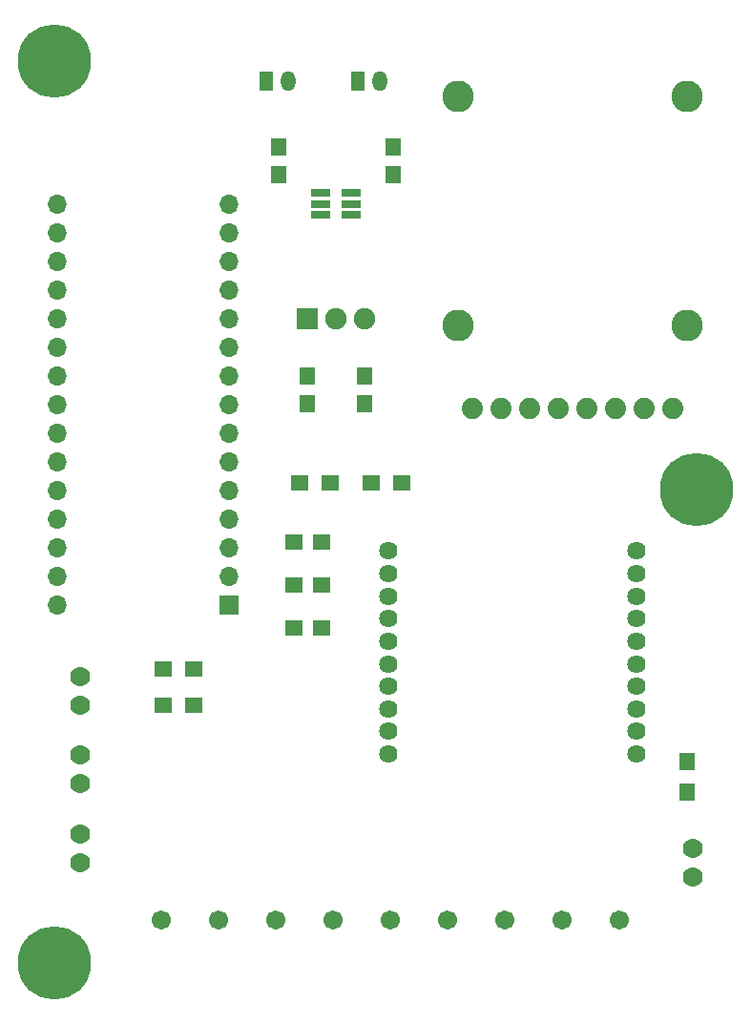
<source format=gts>
G04 #@! TF.FileFunction,Soldermask,Top*
%FSLAX46Y46*%
G04 Gerber Fmt 4.6, Leading zero omitted, Abs format (unit mm)*
G04 Created by KiCad (PCBNEW 4.0.7) date 04/09/18 21:36:20*
%MOMM*%
%LPD*%
G01*
G04 APERTURE LIST*
%ADD10C,0.100000*%
%ADD11C,1.701600*%
%ADD12R,1.701600X1.701600*%
%ADD13O,1.701600X1.701600*%
%ADD14R,1.351600X1.601600*%
%ADD15R,1.601600X1.351600*%
%ADD16C,1.771600*%
%ADD17R,1.601600X1.401600*%
%ADD18R,1.401600X1.601600*%
%ADD19C,1.881600*%
%ADD20C,2.801600*%
%ADD21C,1.901600*%
%ADD22R,1.901600X1.901600*%
%ADD23R,1.301600X1.801600*%
%ADD24O,1.301600X1.801600*%
%ADD25R,1.661600X0.751600*%
%ADD26C,1.625600*%
%ADD27C,6.501600*%
G04 APERTURE END LIST*
D10*
D11*
X112090000Y-137160000D03*
X107010000Y-137160000D03*
X101930000Y-137160000D03*
X96850000Y-137160000D03*
X91770000Y-137160000D03*
X86690000Y-137160000D03*
X81610000Y-137160000D03*
X76530000Y-137160000D03*
X71450000Y-137160000D03*
D12*
X77470000Y-109220000D03*
D13*
X62230000Y-76200000D03*
X77470000Y-106680000D03*
X62230000Y-78740000D03*
X77470000Y-104140000D03*
X62230000Y-81280000D03*
X77470000Y-101600000D03*
X62230000Y-83820000D03*
X77470000Y-99060000D03*
X62230000Y-86360000D03*
X77470000Y-96520000D03*
X62230000Y-88900000D03*
X77470000Y-93980000D03*
X62230000Y-91440000D03*
X77470000Y-91440000D03*
X62230000Y-93980000D03*
X77470000Y-88900000D03*
X62230000Y-96520000D03*
X77470000Y-86360000D03*
X62230000Y-99060000D03*
X77470000Y-83820000D03*
X62230000Y-101600000D03*
X77470000Y-81280000D03*
X62230000Y-104140000D03*
X77470000Y-78740000D03*
X62230000Y-106680000D03*
X77470000Y-76200000D03*
X62230000Y-109220000D03*
X77470000Y-73660000D03*
X62230000Y-73660000D03*
D14*
X84455000Y-88920000D03*
X84455000Y-91420000D03*
X89535000Y-88920000D03*
X89535000Y-91420000D03*
D15*
X85705000Y-111252000D03*
X83205000Y-111252000D03*
X85705000Y-107442000D03*
X83205000Y-107442000D03*
X85705000Y-103632000D03*
X83205000Y-103632000D03*
D14*
X81915000Y-71100000D03*
X81915000Y-68600000D03*
X92075000Y-71100000D03*
X92075000Y-68600000D03*
D16*
X64262000Y-132080000D03*
X64262000Y-129540000D03*
X118618000Y-130810000D03*
X118618000Y-133350000D03*
X64262000Y-125095000D03*
X64262000Y-122555000D03*
X64262000Y-118110000D03*
X64262000Y-115570000D03*
D17*
X90090000Y-98425000D03*
X92790000Y-98425000D03*
X83740000Y-98425000D03*
X86440000Y-98425000D03*
X71675000Y-114935000D03*
X74375000Y-114935000D03*
X71675000Y-118110000D03*
X74375000Y-118110000D03*
D18*
X118110000Y-125810000D03*
X118110000Y-123110000D03*
D19*
X99060000Y-91821000D03*
X101600000Y-91821000D03*
X106680000Y-91821000D03*
X104140000Y-91821000D03*
X109220000Y-91821000D03*
X111760000Y-91821000D03*
X114300000Y-91821000D03*
X116840000Y-91821000D03*
D20*
X118110000Y-64135000D03*
X97790000Y-64135000D03*
X97790000Y-84455000D03*
X118110000Y-84455000D03*
D21*
X89535000Y-83820000D03*
D22*
X84455000Y-83820000D03*
D21*
X86995000Y-83820000D03*
D23*
X80772000Y-62738000D03*
D24*
X82772000Y-62738000D03*
D23*
X88900000Y-62738000D03*
D24*
X90900000Y-62738000D03*
D25*
X85645000Y-72710000D03*
X85645000Y-73660000D03*
X85645000Y-74610000D03*
X88345000Y-74610000D03*
X88345000Y-72710000D03*
X88345000Y-73660000D03*
D26*
X91617800Y-104460040D03*
X91617800Y-106461560D03*
X91617800Y-108460540D03*
X91617800Y-110462060D03*
X91617800Y-112461040D03*
X91617800Y-114460020D03*
X91617800Y-116461540D03*
X91617800Y-118460520D03*
X91617800Y-120462040D03*
X91617800Y-122461020D03*
X113614200Y-122461020D03*
X113614200Y-120462040D03*
X113614200Y-118460520D03*
X113614200Y-116461540D03*
X113614200Y-114460020D03*
X113614200Y-112461040D03*
X113614200Y-110462060D03*
X113614200Y-108460540D03*
X113614200Y-106461560D03*
X113614200Y-104460040D03*
D27*
X62000000Y-61000000D03*
X119000000Y-99000000D03*
X62000000Y-141000000D03*
M02*

</source>
